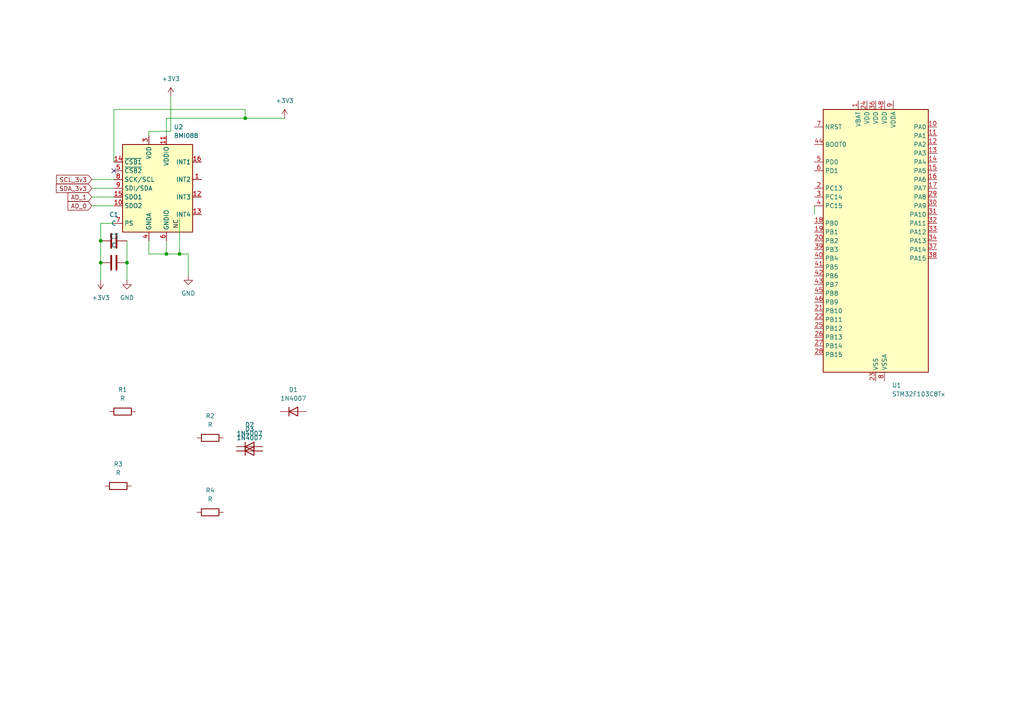
<source format=kicad_sch>
(kicad_sch (version 20250114) (generator "eeschema") (generator_version "9.0")
  (paper "A4")
  (lib_symbols
    (symbol "Device:C" (pin_numbers (hide yes)) (pin_names (offset 0.254))
      (property "Reference" "C" (at 0.635 2.54 0))
      (property "Value" "C" (at 0.635 -2.54 0))
      (symbol "C_0_1"
        (polyline (pts (xy -2.032 0.762) (xy 2.032 0.762)) (stroke (width 0.508)))
        (polyline (pts (xy -2.032 -0.762) (xy 2.032 -0.762)) (stroke (width 0.508)))
      )
      (symbol "C_1_1"
        (pin passive line (at 0 3.81 270) (length 2.794) (name "~") (number "1"))
        (pin passive line (at 0 -3.81 90) (length 2.794) (name "~") (number "2"))
      )
    )
    (symbol "Device:R" (pin_numbers (hide yes)) (pin_names (offset 0))
      (property "Reference" "R" (at 2.032 0 90))
      (property "Value" "R" (at 0 0 90))
      (symbol "R_0_1"
        (rectangle (start -1.016 -2.54) (end 1.016 2.54) (stroke (width 0.254)))
      )
      (symbol "R_1_1"
        (pin passive line (at 0 3.81 270) (length 1.27) (name "~") (number "1"))
        (pin passive line (at 0 -3.81 90) (length 1.27) (name "~") (number "2"))
      )
    )
    (symbol "Diode:1N4007" (pin_numbers (hide yes)) (pin_names (hide yes))
      (property "Reference" "D" (at 0 2.54 0))
      (property "Value" "1N4007" (at 0 -2.54 0))
      (symbol "1N4007_0_1"
        (polyline (pts (xy -1.27 1.27) (xy -1.27 -1.27)) (stroke (width 0.254)))
        (polyline (pts (xy 1.27 1.27) (xy 1.27 -1.27) (xy -1.27 0) (xy 1.27 1.27)) (stroke (width 0.254)))
        (polyline (pts (xy 1.27 0) (xy -1.27 0)))
      )
      (symbol "1N4007_1_1"
        (pin passive line (at -3.81 0 0) (length 2.54) (name "K") (number "1"))
        (pin passive line (at 3.81 0 180) (length 2.54) (name "A") (number "2"))
      )
    )
    (symbol "MCU_ST_STM32F1:STM32F103C8Tx"
      (property "Reference" "U" (at -15.24 39.37 0))
      (property "Value" "STM32F103C8Tx" (at 7.62 39.37 0))
      (symbol "STM32F103C8Tx_0_1"
        (rectangle (start -15.24 -38.1) (end 15.24 38.1) (stroke (width 0.254)) (fill (type background)))
      )
      (symbol "STM32F103C8Tx_1_1"
        (pin input line (at -17.78 33.02 0) (length 2.54) (name "NRST") (number "7"))
        (pin input line (at -17.78 27.94 0) (length 2.54) (name "BOOT0") (number "44"))
        (pin bidirectional line (at -17.78 22.86 0) (length 2.54) (name "PD0") (number "5"))
        (pin bidirectional line (at -17.78 20.32 0) (length 2.54) (name "PD1") (number "6"))
        (pin bidirectional line (at -17.78 15.24 0) (length 2.54) (name "PC13") (number "2"))
        (pin bidirectional line (at -17.78 12.7 0) (length 2.54) (name "PC14") (number "3"))
        (pin bidirectional line (at -17.78 10.16 0) (length 2.54) (name "PC15") (number "4"))
        (pin bidirectional line (at -17.78 5.08 0) (length 2.54) (name "PB0") (number "18"))
        (pin bidirectional line (at -17.78 2.54 0) (length 2.54) (name "PB1") (number "19"))
        (pin bidirectional line (at -17.78 0 0) (length 2.54) (name "PB2") (number "20"))
        (pin bidirectional line (at -17.78 -2.54 0) (length 2.54) (name "PB3") (number "39"))
        (pin bidirectional line (at -17.78 -5.08 0) (length 2.54) (name "PB4") (number "40"))
        (pin bidirectional line (at -17.78 -7.62 0) (length 2.54) (name "PB5") (number "41"))
        (pin bidirectional line (at -17.78 -10.16 0) (length 2.54) (name "PB6") (number "42"))
        (pin bidirectional line (at -17.78 -12.7 0) (length 2.54) (name "PB7") (number "43"))
        (pin bidirectional line (at -17.78 -15.24 0) (length 2.54) (name "PB8") (number "45"))
        (pin bidirectional line (at -17.78 -17.78 0) (length 2.54) (name "PB9") (number "46"))
        (pin bidirectional line (at -17.78 -20.32 0) (length 2.54) (name "PB10") (number "21"))
        (pin bidirectional line (at -17.78 -22.86 0) (length 2.54) (name "PB11") (number "22"))
        (pin bidirectional line (at -17.78 -25.4 0) (length 2.54) (name "PB12") (number "25"))
        (pin bidirectional line (at -17.78 -27.94 0) (length 2.54) (name "PB13") (number "26"))
        (pin bidirectional line (at -17.78 -30.48 0) (length 2.54) (name "PB14") (number "27"))
        (pin bidirectional line (at -17.78 -33.02 0) (length 2.54) (name "PB15") (number "28"))
        (pin power_in line (at -5.08 40.64 270) (length 2.54) (name "VBAT") (number "1"))
        (pin power_in line (at -2.54 40.64 270) (length 2.54) (name "VDD") (number "24"))
        (pin power_in line (at 0 40.64 270) (length 2.54) (name "VDD") (number "36"))
        (pin power_in line (at 0 -40.64 90) (length 2.54) (name "VSS") (number "23"))
        (pin passive line (at 0 -40.64 90) (length 2.54) (hide yes) (name "VSS") (number "35"))
        (pin passive line (at 0 -40.64 90) (length 2.54) (hide yes) (name "VSS") (number "47"))
        (pin power_in line (at 2.54 40.64 270) (length 2.54) (name "VDD") (number "48"))
        (pin power_in line (at 2.54 -40.64 90) (length 2.54) (name "VSSA") (number "8"))
        (pin power_in line (at 5.08 40.64 270) (length 2.54) (name "VDDA") (number "9"))
        (pin bidirectional line (at 17.78 33.02 180) (length 2.54) (name "PA0") (number "10"))
        (pin bidirectional line (at 17.78 30.48 180) (length 2.54) (name "PA1") (number "11"))
        (pin bidirectional line (at 17.78 27.94 180) (length 2.54) (name "PA2") (number "12"))
        (pin bidirectional line (at 17.78 25.4 180) (length 2.54) (name "PA3") (number "13"))
        (pin bidirectional line (at 17.78 22.86 180) (length 2.54) (name "PA4") (number "14"))
        (pin bidirectional line (at 17.78 20.32 180) (length 2.54) (name "PA5") (number "15"))
        (pin bidirectional line (at 17.78 17.78 180) (length 2.54) (name "PA6") (number "16"))
        (pin bidirectional line (at 17.78 15.24 180) (length 2.54) (name "PA7") (number "17"))
        (pin bidirectional line (at 17.78 12.7 180) (length 2.54) (name "PA8") (number "29"))
        (pin bidirectional line (at 17.78 10.16 180) (length 2.54) (name "PA9") (number "30"))
        (pin bidirectional line (at 17.78 7.62 180) (length 2.54) (name "PA10") (number "31"))
        (pin bidirectional line (at 17.78 5.08 180) (length 2.54) (name "PA11") (number "32"))
        (pin bidirectional line (at 17.78 2.54 180) (length 2.54) (name "PA12") (number "33"))
        (pin bidirectional line (at 17.78 0 180) (length 2.54) (name "PA13") (number "34"))
        (pin bidirectional line (at 17.78 -2.54 180) (length 2.54) (name "PA14") (number "37"))
        (pin bidirectional line (at 17.78 -5.08 180) (length 2.54) (name "PA15") (number "38"))
      )
    )
    (symbol "Sensor_Motion:BMI088"
      (property "Reference" "U" (at -8.89 13.97 0))
      (property "Value" "BMI088" (at 8.89 13.97 0))
      (symbol "BMI088_1_1"
        (rectangle (start -10.16 12.7) (end 10.16 -12.7) (stroke (width 0.254)) (fill (type background)))
        (pin input line (at -12.7 7.62 0) (length 2.54) (name "~{CSB1}") (number "14"))
        (pin input line (at -12.7 5.08 0) (length 2.54) (name "~{CSB2}") (number "5"))
        (pin input line (at -12.7 2.54 0) (length 2.54) (name "SCK/SCL") (number "8"))
        (pin bidirectional line (at -12.7 0 0) (length 2.54) (name "SDI/SDA") (number "9"))
        (pin output line (at -12.7 -2.54 0) (length 2.54) (name "SDO1") (number "15"))
        (pin output line (at -12.7 -5.08 0) (length 2.54) (name "SDO2") (number "10"))
        (pin input line (at -12.7 -10.16 0) (length 2.54) (name "PS") (number "7"))
        (pin power_in line (at -2.54 15.24 270) (length 2.54) (name "VDD") (number "3"))
        (pin passive line (at -2.54 -15.24 90) (length 2.54) (hide yes) (name "GNDA") (number "2"))
        (pin power_in line (at -2.54 -15.24 90) (length 2.54) (name "GNDA") (number "4"))
        (pin power_in line (at 2.54 15.24 270) (length 2.54) (name "VDDIO") (number "11"))
        (pin power_in line (at 2.54 -15.24 90) (length 2.54) (name "GNDIO") (number "6"))
        (pin bidirectional line (at 12.7 7.62 180) (length 2.54) (name "INT1") (number "16"))
        (pin bidirectional line (at 12.7 2.54 180) (length 2.54) (name "INT2") (number "1"))
        (pin bidirectional line (at 12.7 -2.54 180) (length 2.54) (name "INT3") (number "12"))
        (pin bidirectional line (at 12.7 -7.62 180) (length 2.54) (name "INT4") (number "13"))
      )
    )
    (symbol "power:+3V3" (power) (pin_numbers (hide yes)) (pin_names (offset 0) (hide yes))
      (property "Value" "+3V3" (at 0 3.556 0))
      (symbol "+3V3_0_1"
        (polyline (pts (xy -0.762 1.27) (xy 0 2.54)))
        (polyline (pts (xy 0 2.54) (xy 0.762 1.27)))
        (polyline (pts (xy 0 0) (xy 0 2.54)))
      )
      (symbol "+3V3_1_1"
        (pin power_in line (at 0 0 90) (length 0) (name "~") (number "1"))
      )
    )
    (symbol "power:GND" (power) (pin_numbers (hide yes)) (pin_names (offset 0) (hide yes))
      (property "Value" "GND" (at 0 -3.81 0))
      (symbol "GND_0_1"
        (polyline (pts (xy 0 0) (xy 0 -1.27) (xy 1.27 -1.27) (xy 0 -2.54) (xy -1.27 -1.27) (xy 0 -1.27)))
      )
      (symbol "GND_1_1"
        (pin power_in line (at 0 0 270) (length 0) (name "~") (number "1"))
      )
    )
  )
  (junction (at 52.07 73.66))
  (junction (at 29.21 69.85))
  (junction (at 71.12 34.29))
  (junction (at 36.83 76.2))
  (junction (at 29.21 76.2))
  (junction (at 48.26 73.66))
  (no_connect (at 33.02 49.53))
  (wire (pts (xy 48.26 73.66) (xy 52.07 73.66)))
  (wire (pts (xy 43.18 38.1) (xy 43.18 39.37)))
  (wire (pts (xy 26.67 54.61) (xy 33.02 54.61)))
  (wire (pts (xy 26.67 52.07) (xy 33.02 52.07)))
  (wire (pts (xy 26.67 57.15) (xy 33.02 57.15)))
  (wire (pts (xy 43.18 73.66) (xy 48.26 73.66)))
  (wire (pts (xy 33.02 31.75) (xy 71.12 31.75)))
  (wire (pts (xy 29.21 64.77) (xy 29.21 69.85)))
  (wire (pts (xy 71.12 34.29) (xy 82.55 34.29)))
  (wire (pts (xy 236.22 62.23) (xy 236.22 59.69)))
  (wire (pts (xy 49.53 38.1) (xy 49.53 27.94)))
  (wire (pts (xy 33.02 64.77) (xy 29.21 64.77)))
  (wire (pts (xy 29.21 76.2) (xy 29.21 81.28)))
  (wire (pts (xy 71.12 31.75) (xy 71.12 34.29)))
  (wire (pts (xy 54.61 73.66) (xy 54.61 80.01)))
  (wire (pts (xy 48.26 34.29) (xy 71.12 34.29)))
  (wire (pts (xy 48.26 69.85) (xy 48.26 73.66)))
  (wire (pts (xy 33.02 46.99) (xy 33.02 31.75)))
  (wire (pts (xy 43.18 69.85) (xy 43.18 73.66)))
  (wire (pts (xy 36.83 76.2) (xy 36.83 81.28)))
  (wire (pts (xy 36.83 69.85) (xy 36.83 76.2)))
  (wire (pts (xy 48.26 39.37) (xy 48.26 34.29)))
  (wire (pts (xy 43.18 38.1) (xy 49.53 38.1)))
  (wire (pts (xy 26.67 59.69) (xy 33.02 59.69)))
  (wire (pts (xy 29.21 69.85) (xy 29.21 76.2)))
  (wire (pts (xy 52.07 73.66) (xy 54.61 73.66)))
  (wire (pts (xy 52.07 63.5) (xy 52.07 73.66)))
  (label "NC" (at 52.07 63.5 270))
  (global_label "AD_1" (shape input) (at 26.67 57.15 180) (property "Intersheetrefs" "${INTERSHEET_REFS}" (effects (hide yes))))
  (global_label "SCL_3v3" (shape input) (at 26.67 52.07 180) (property "Intersheetrefs" "${INTERSHEET_REFS}" (effects (hide yes))))
  (global_label "SDA_3v3" (shape input) (at 26.67 54.61 180) (property "Intersheetrefs" "${INTERSHEET_REFS}" (effects (hide yes))))
  (global_label "AD_0" (shape input) (at 26.67 59.69 180) (property "Intersheetrefs" "${INTERSHEET_REFS}" (effects (hide yes))))
  (symbol (lib_id "power:+3V3") (at 49.53 27.94 0) (unit 1)
    (property "Reference" "#PWR01" (effects (hide yes)))
    (property "Value" "+3V3" (at 49.53 22.86 0))
    (property "Description" "Power symbol creates a global label with name \"+3V3\"" (effects (hide yes)))
  )
  (symbol (lib_id "power:GND") (at 36.83 81.28 0) (unit 1)
    (property "Reference" "#PWR04" (effects (hide yes)))
    (property "Value" "GND" (at 36.83 86.36 0))
    (property "Description" "Power symbol creates a global label with name \"GND\" , ground" (effects (hide yes)))
  )
  (symbol (lib_id "Device:R") (at 60.96 148.59 270) (unit 1)
    (property "Reference" "R4" (at 60.96 142.24 90))
    (property "Value" "R" (at 60.96 144.78 90))
    (property "Description" "Resistor" (effects (hide yes)))
  )
  (symbol (lib_id "Sensor_Motion:BMI088") (at 45.72 54.61 0) (unit 1)
    (property "Reference" "U2" (at 50.4033 36.83 0) (effects (justify left)))
    (property "Value" "BMI088" (at 50.4033 39.37 0) (effects (justify left)))
    (property "Footprint" "Package_LGA:Bosch_LGA-16_4.5x3mm_P0.5mm_LayoutBorder7x1y_ClockwisePinNumbering" (effects (hide yes)))
    (property "Datasheet" "https://www.bosch-sensortec.com/media/boschsensortec/downloads/datasheets/bst-bmi088-ds001.pdf" (effects (hide yes)))
    (property "Description" "Accelerometer, Gyroscope, 6-Axis Sensor, I2C / SPI interface, LGA-16" (effects (hide yes)))
  )
  (symbol (lib_id "Device:R") (at 60.96 127 270) (unit 1)
    (property "Reference" "R2" (at 60.96 120.65 90))
    (property "Value" "R" (at 60.96 123.19 90))
    (property "Description" "Resistor" (effects (hide yes)))
  )
  (symbol (lib_id "Diode:1N4007") (at 72.39 130.81 0) (unit 1)
    (property "Reference" "D3" (at 72.39 124.46 0))
    (property "Value" "1N4007" (at 72.39 127 0))
    (property "Footprint" "Diode_THT:D_DO-41_SOD81_P10.16mm_Horizontal" (effects (hide yes)))
    (property "Datasheet" "http://www.vishay.com/docs/88503/1n4001.pdf" (effects (hide yes)))
    (property "Description" "1000V 1A General Purpose Rectifier Diode, DO-41" (effects (hide yes)))
    (property "Sim.Device" "D" (effects (hide yes)))
    (property "Sim.Pins" "1=K 2=A" (effects (hide yes)))
  )
  (symbol (lib_id "power:GND") (at 54.61 80.01 0) (unit 1)
    (property "Reference" "#PWR02" (effects (hide yes)))
    (property "Value" "GND" (at 54.61 85.09 0))
    (property "Description" "Power symbol creates a global label with name \"GND\" , ground" (effects (hide yes)))
  )
  (symbol (lib_id "Device:R") (at 35.56 119.38 270) (unit 1)
    (property "Reference" "R1" (at 35.56 113.03 90))
    (property "Value" "R" (at 35.56 115.57 90))
    (property "Description" "Resistor" (effects (hide yes)))
  )
  (symbol (lib_id "Device:C") (at -205.74 471.17 0) (unit 1)
    (property "Reference" "C4" (at -200.66 469.8999 0) (effects (justify left)))
    (property "Value" "C" (at -200.66 472.4399 0) (effects (justify left)))
    (property "Description" "Unpolarized capacitor" (effects (hide yes)))
  )
  (symbol (lib_id "Device:C") (at 33.02 76.2 90) (unit 1)
    (property "Reference" "C3" (at 33.02 68.58 90))
    (property "Value" "C" (at 33.02 71.12 90))
    (property "Description" "Unpolarized capacitor" (effects (hide yes)))
  )
  (symbol (lib_id "power:+3V3") (at 29.21 81.28 180) (unit 1)
    (property "Reference" "#PWR03" (effects (hide yes)))
    (property "Value" "+3V3" (at 29.21 86.36 0))
    (property "Description" "Power symbol creates a global label with name \"+3V3\"" (effects (hide yes)))
  )
  (symbol (lib_id "Diode:1N4007") (at 72.39 129.54 0) (unit 1)
    (property "Reference" "D2" (at 72.39 123.19 0))
    (property "Value" "1N4007" (at 72.39 125.73 0))
    (property "Footprint" "Diode_THT:D_DO-41_SOD81_P10.16mm_Horizontal" (effects (hide yes)))
    (property "Datasheet" "http://www.vishay.com/docs/88503/1n4001.pdf" (effects (hide yes)))
    (property "Description" "1000V 1A General Purpose Rectifier Diode, DO-41" (effects (hide yes)))
    (property "Sim.Device" "D" (effects (hide yes)))
    (property "Sim.Pins" "1=K 2=A" (effects (hide yes)))
  )
  (symbol (lib_id "Device:C") (at 33.02 69.85 90) (unit 1)
    (property "Reference" "C1" (at 33.02 62.23 90))
    (property "Value" "C" (at 33.02 64.77 90))
    (property "Description" "Unpolarized capacitor" (effects (hide yes)))
  )
  (symbol (lib_id "Device:R") (at 34.29 140.97 270) (unit 1)
    (property "Reference" "R3" (at 34.29 134.62 90))
    (property "Value" "R" (at 34.29 137.16 90))
    (property "Description" "Resistor" (effects (hide yes)))
  )
  (symbol (lib_id "Diode:1N4007") (at 85.09 119.38 0) (unit 1)
    (property "Reference" "D1" (at 85.09 113.03 0))
    (property "Value" "1N4007" (at 85.09 115.57 0))
    (property "Footprint" "Diode_THT:D_DO-41_SOD81_P10.16mm_Horizontal" (effects (hide yes)))
    (property "Datasheet" "http://www.vishay.com/docs/88503/1n4001.pdf" (effects (hide yes)))
    (property "Description" "1000V 1A General Purpose Rectifier Diode, DO-41" (effects (hide yes)))
    (property "Sim.Device" "D" (effects (hide yes)))
    (property "Sim.Pins" "1=K 2=A" (effects (hide yes)))
  )
  (symbol (lib_id "power:+3V3") (at 82.55 34.29 0) (unit 1)
    (property "Reference" "#PWR05" (effects (hide yes)))
    (property "Value" "+3V3" (at 82.55 29.21 0))
    (property "Description" "Power symbol creates a global label with name \"+3V3\"" (effects (hide yes)))
  )
  (symbol (lib_id "MCU_ST_STM32F1:STM32F103C8Tx") (at 254 69.85 0) (unit 1)
    (property "Reference" "U1" (at 258.6833 111.76 0) (effects (justify left)))
    (property "Value" "STM32F103C8Tx" (at 258.6833 114.3 0) (effects (justify left)))
    (property "Footprint" "Package_QFP:LQFP-48_7x7mm_P0.5mm" (effects (hide yes)))
    (property "Datasheet" "https://www.st.com/resource/en/datasheet/stm32f103c8.pdf" (effects (hide yes)))
    (property "Description" "STMicroelectronics Arm Cortex-M3 MCU, 64KB flash, 20KB RAM, 72 MHz, 2.0-3.6V, 37 GPIO, LQFP48" (effects (hide yes)))
  )
)
</source>
